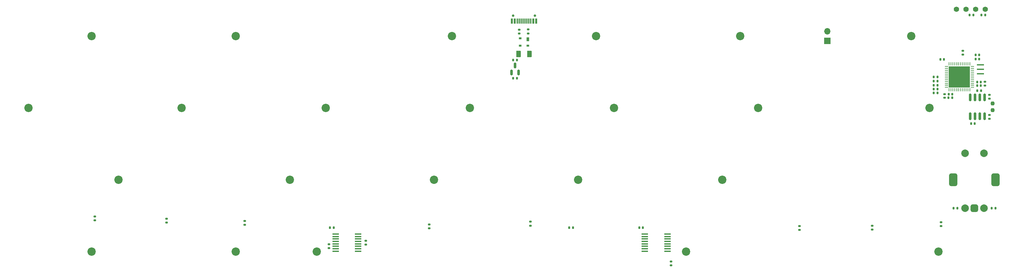
<source format=gbr>
%TF.GenerationSoftware,KiCad,Pcbnew,8.0.8*%
%TF.CreationDate,2025-02-20T20:20:05+01:00*%
%TF.ProjectId,oceanographer EC,6f636561-6e6f-4677-9261-706865722045,rev?*%
%TF.SameCoordinates,Original*%
%TF.FileFunction,Soldermask,Bot*%
%TF.FilePolarity,Negative*%
%FSLAX46Y46*%
G04 Gerber Fmt 4.6, Leading zero omitted, Abs format (unit mm)*
G04 Created by KiCad (PCBNEW 8.0.8) date 2025-02-20 20:20:05*
%MOMM*%
%LPD*%
G01*
G04 APERTURE LIST*
G04 Aperture macros list*
%AMRoundRect*
0 Rectangle with rounded corners*
0 $1 Rounding radius*
0 $2 $3 $4 $5 $6 $7 $8 $9 X,Y pos of 4 corners*
0 Add a 4 corners polygon primitive as box body*
4,1,4,$2,$3,$4,$5,$6,$7,$8,$9,$2,$3,0*
0 Add four circle primitives for the rounded corners*
1,1,$1+$1,$2,$3*
1,1,$1+$1,$4,$5*
1,1,$1+$1,$6,$7*
1,1,$1+$1,$8,$9*
0 Add four rect primitives between the rounded corners*
20,1,$1+$1,$2,$3,$4,$5,0*
20,1,$1+$1,$4,$5,$6,$7,0*
20,1,$1+$1,$6,$7,$8,$9,0*
20,1,$1+$1,$8,$9,$2,$3,0*%
G04 Aperture macros list end*
%ADD10C,2.200000*%
%ADD11C,2.000000*%
%ADD12RoundRect,0.500000X0.500000X-0.500000X0.500000X0.500000X-0.500000X0.500000X-0.500000X-0.500000X0*%
%ADD13RoundRect,0.550000X0.550000X-1.150000X0.550000X1.150000X-0.550000X1.150000X-0.550000X-1.150000X0*%
%ADD14C,1.397000*%
%ADD15RoundRect,0.140000X-0.140000X-0.170000X0.140000X-0.170000X0.140000X0.170000X-0.140000X0.170000X0*%
%ADD16RoundRect,0.135000X0.135000X0.185000X-0.135000X0.185000X-0.135000X-0.185000X0.135000X-0.185000X0*%
%ADD17RoundRect,0.135000X-0.185000X0.135000X-0.185000X-0.135000X0.185000X-0.135000X0.185000X0.135000X0*%
%ADD18RoundRect,0.062500X0.375000X0.062500X-0.375000X0.062500X-0.375000X-0.062500X0.375000X-0.062500X0*%
%ADD19RoundRect,0.062500X0.062500X0.375000X-0.062500X0.375000X-0.062500X-0.375000X0.062500X-0.375000X0*%
%ADD20R,5.600000X5.600000*%
%ADD21R,1.778000X0.419100*%
%ADD22RoundRect,0.135000X-0.135000X-0.185000X0.135000X-0.185000X0.135000X0.185000X-0.135000X0.185000X0*%
%ADD23RoundRect,0.135000X0.185000X-0.135000X0.185000X0.135000X-0.185000X0.135000X-0.185000X-0.135000X0*%
%ADD24RoundRect,0.140000X0.140000X0.170000X-0.140000X0.170000X-0.140000X-0.170000X0.140000X-0.170000X0*%
%ADD25RoundRect,0.250000X0.375000X0.625000X-0.375000X0.625000X-0.375000X-0.625000X0.375000X-0.625000X0*%
%ADD26R,1.700000X1.700000*%
%ADD27O,1.700000X1.700000*%
%ADD28RoundRect,0.140000X-0.170000X0.140000X-0.170000X-0.140000X0.170000X-0.140000X0.170000X0.140000X0*%
%ADD29RoundRect,0.150000X0.150000X-0.587500X0.150000X0.587500X-0.150000X0.587500X-0.150000X-0.587500X0*%
%ADD30RoundRect,0.150000X0.150000X-0.825000X0.150000X0.825000X-0.150000X0.825000X-0.150000X-0.825000X0*%
%ADD31RoundRect,0.237500X-0.237500X0.250000X-0.237500X-0.250000X0.237500X-0.250000X0.237500X0.250000X0*%
%ADD32C,0.650000*%
%ADD33R,0.600000X1.450000*%
%ADD34R,0.300000X1.450000*%
%ADD35R,0.700000X1.000000*%
%ADD36R,0.700000X0.600000*%
%ADD37R,1.900000X0.400000*%
G04 APERTURE END LIST*
D10*
%TO.C,H16*%
X257968750Y-70643750D03*
%TD*%
%TO.C,H15*%
X260350000Y-108743750D03*
%TD*%
%TO.C,H6*%
X98425000Y-70643750D03*
%TD*%
%TO.C,H4*%
X253206250Y-51593750D03*
%TD*%
%TO.C,H5*%
X60325000Y-70643750D03*
%TD*%
%TO.C,H21*%
X127000000Y-89693750D03*
%TD*%
%TO.C,H14*%
X193675000Y-108743750D03*
%TD*%
%TO.C,H8*%
X43656250Y-89693750D03*
%TD*%
%TO.C,H19*%
X136525000Y-70643750D03*
%TD*%
%TO.C,H18*%
X74612500Y-51593750D03*
%TD*%
%TO.C,H1*%
X36512500Y-51593750D03*
%TD*%
%TO.C,H22*%
X207962500Y-51593750D03*
%TD*%
%TO.C,H10*%
X165100000Y-89693750D03*
%TD*%
D11*
%TO.C,SW2*%
X267375000Y-97193750D03*
X272375000Y-97193750D03*
D12*
X269875000Y-97193750D03*
D13*
X264275000Y-89693750D03*
X275475000Y-89693750D03*
D11*
X272375000Y-82693750D03*
X267375000Y-82693750D03*
%TD*%
D10*
%TO.C,H12*%
X74612500Y-108743750D03*
%TD*%
%TO.C,H23*%
X174625000Y-70643750D03*
%TD*%
%TO.C,H7*%
X212725000Y-70643750D03*
%TD*%
%TO.C,H20*%
X36512500Y-108743750D03*
%TD*%
%TO.C,H3*%
X169862500Y-51593750D03*
%TD*%
%TO.C,H2*%
X131762500Y-51593750D03*
%TD*%
%TO.C,H13*%
X96043750Y-108743750D03*
%TD*%
%TO.C,H25*%
X203200000Y-89693750D03*
%TD*%
%TO.C,H9*%
X88900000Y-89693750D03*
%TD*%
D14*
%TO.C,OL1*%
X272742500Y-44450000D03*
X270202500Y-44450000D03*
X267662500Y-44450000D03*
X265122500Y-44450000D03*
%TD*%
D10*
%TO.C,H17*%
X19843750Y-70643750D03*
%TD*%
D15*
%TO.C,C6*%
X270622513Y-64724252D03*
X271582513Y-64724252D03*
%TD*%
D16*
%TO.C,R1*%
X260123426Y-62443536D03*
X259103426Y-62443536D03*
%TD*%
D17*
%TO.C,R12*%
X56356250Y-100062500D03*
X56356250Y-101082500D03*
%TD*%
D15*
%TO.C,C2*%
X270188750Y-57662500D03*
X271148750Y-57662500D03*
%TD*%
D18*
%TO.C,U1*%
X269343750Y-59675000D03*
X269343750Y-60175000D03*
X269343750Y-60675000D03*
X269343750Y-61175000D03*
X269343750Y-61675000D03*
X269343750Y-62175000D03*
X269343750Y-62675000D03*
X269343750Y-63175000D03*
X269343750Y-63675000D03*
X269343750Y-64175000D03*
X269343750Y-64675000D03*
X269343750Y-65175000D03*
D19*
X268656250Y-65862500D03*
X268156250Y-65862500D03*
X267656250Y-65862500D03*
X267156250Y-65862500D03*
X266656250Y-65862500D03*
X266156250Y-65862500D03*
X265656250Y-65862500D03*
X265156250Y-65862500D03*
X264656250Y-65862500D03*
X264156250Y-65862500D03*
X263656250Y-65862500D03*
X263156250Y-65862500D03*
D18*
X262468750Y-65175000D03*
X262468750Y-64675000D03*
X262468750Y-64175000D03*
X262468750Y-63675000D03*
X262468750Y-63175000D03*
X262468750Y-62675000D03*
X262468750Y-62175000D03*
X262468750Y-61675000D03*
X262468750Y-61175000D03*
X262468750Y-60675000D03*
X262468750Y-60175000D03*
X262468750Y-59675000D03*
D19*
X263156250Y-58987500D03*
X263656250Y-58987500D03*
X264156250Y-58987500D03*
X264656250Y-58987500D03*
X265156250Y-58987500D03*
X265656250Y-58987500D03*
X266156250Y-58987500D03*
X266656250Y-58987500D03*
X267156250Y-58987500D03*
X267656250Y-58987500D03*
X268156250Y-58987500D03*
X268656250Y-58987500D03*
D20*
X265906250Y-62425000D03*
%TD*%
D21*
%TO.C,U5*%
X188711840Y-104089200D03*
X188711840Y-104739440D03*
X188711840Y-105389680D03*
X188711840Y-106039920D03*
X188711840Y-106685080D03*
X188711840Y-107335320D03*
X188711840Y-107985560D03*
X188711840Y-108635800D03*
X182763160Y-108635800D03*
X182763160Y-107985560D03*
X182763160Y-107335320D03*
X182763160Y-106685080D03*
X182763160Y-106039920D03*
X182763160Y-105389680D03*
X182763160Y-104739440D03*
X182763160Y-104089200D03*
%TD*%
D22*
%TO.C,R4*%
X259103426Y-64606109D03*
X260123426Y-64606109D03*
%TD*%
D16*
%TO.C,R17*%
X269591250Y-46037500D03*
X268571250Y-46037500D03*
%TD*%
%TO.C,R2*%
X260123426Y-66701925D03*
X259103426Y-66701925D03*
%TD*%
D23*
%TO.C,R7*%
X272616759Y-64764304D03*
X272616759Y-63744304D03*
%TD*%
D22*
%TO.C,R8*%
X263021704Y-67981250D03*
X264041704Y-67981250D03*
%TD*%
D15*
%TO.C,C9*%
X147951250Y-62795007D03*
X148911250Y-62795007D03*
%TD*%
D17*
%TO.C,R19*%
X189706250Y-111408750D03*
X189706250Y-112428750D03*
%TD*%
%TO.C,R23*%
X242832727Y-101870075D03*
X242832727Y-102890075D03*
%TD*%
%TO.C,R21*%
X152489007Y-100833403D03*
X152489007Y-101853403D03*
%TD*%
D24*
%TO.C,C8*%
X148911250Y-57943750D03*
X147951250Y-57943750D03*
%TD*%
D17*
%TO.C,R13*%
X37349771Y-99442575D03*
X37349771Y-100462575D03*
%TD*%
D15*
%TO.C,C7*%
X270623981Y-63783431D03*
X271583981Y-63783431D03*
%TD*%
%TO.C,C13*%
X181288750Y-102393750D03*
X182248750Y-102393750D03*
%TD*%
D25*
%TO.C,F_USBC1*%
X152212500Y-56356250D03*
X149412500Y-56356250D03*
%TD*%
D26*
%TO.C,SW1*%
X230981250Y-52868750D03*
D27*
X230981250Y-50328750D03*
%TD*%
D17*
%TO.C,R25*%
X273843750Y-72517500D03*
X273843750Y-73537500D03*
%TD*%
%TO.C,R9*%
X151880851Y-49864394D03*
X151880851Y-50884394D03*
%TD*%
D16*
%TO.C,R16*%
X272766250Y-46037500D03*
X271746250Y-46037500D03*
%TD*%
D15*
%TO.C,C11*%
X274455518Y-97212614D03*
X275415518Y-97212614D03*
%TD*%
D28*
%TO.C,C3*%
X261958130Y-67016434D03*
X261958130Y-67976434D03*
%TD*%
D29*
%TO.C,U2*%
X149381250Y-61262500D03*
X147481250Y-61262500D03*
X148431250Y-59387500D03*
%TD*%
D24*
%TO.C,C4*%
X261819951Y-57765772D03*
X260859951Y-57765772D03*
%TD*%
%TO.C,C12*%
X265343805Y-97212614D03*
X264383805Y-97212614D03*
%TD*%
D30*
%TO.C,U6*%
X272573750Y-72837500D03*
X271303750Y-72837500D03*
X270033750Y-72837500D03*
X268763750Y-72837500D03*
X268763750Y-67887500D03*
X270033750Y-67887500D03*
X271303750Y-67887500D03*
X272573750Y-67887500D03*
%TD*%
D15*
%TO.C,C14*%
X268988631Y-74769963D03*
X269948631Y-74769963D03*
%TD*%
D17*
%TO.C,R26*%
X261013719Y-100970265D03*
X261013719Y-101990265D03*
%TD*%
D31*
%TO.C,JP1*%
X274637500Y-69450000D03*
X274637500Y-71275000D03*
%TD*%
D17*
%TO.C,R22*%
X223639054Y-101941694D03*
X223639054Y-102961694D03*
%TD*%
D32*
%TO.C,USB1*%
X147922500Y-46215000D03*
X153702500Y-46215000D03*
D33*
X147587500Y-47660000D03*
X148362500Y-47660000D03*
D34*
X149062500Y-47660000D03*
X149562500Y-47660000D03*
X150062500Y-47660000D03*
X150562500Y-47660000D03*
X151062500Y-47660000D03*
X151562500Y-47660000D03*
X152062500Y-47660000D03*
X152562500Y-47660000D03*
D33*
X153262500Y-47660000D03*
X154037500Y-47660000D03*
%TD*%
D17*
%TO.C,R11*%
X76993750Y-100654803D03*
X76993750Y-101674803D03*
%TD*%
D22*
%TO.C,R5*%
X259103426Y-63556231D03*
X260123426Y-63556231D03*
%TD*%
D35*
%TO.C,D1*%
X151812500Y-52431250D03*
D36*
X151812500Y-54131250D03*
X149812500Y-54131250D03*
X149812500Y-52231250D03*
%TD*%
D15*
%TO.C,C10*%
X99532500Y-102393750D03*
X100492500Y-102393750D03*
%TD*%
%TO.C,C15*%
X270635746Y-66082656D03*
X271595746Y-66082656D03*
%TD*%
D24*
%TO.C,C1*%
X264005000Y-67006500D03*
X263045000Y-67006500D03*
%TD*%
D23*
%TO.C,R6*%
X149563877Y-50923798D03*
X149563877Y-49903798D03*
%TD*%
D17*
%TO.C,R14*%
X99218750Y-106796975D03*
X99218750Y-107816975D03*
%TD*%
D15*
%TO.C,C5*%
X270203691Y-56633145D03*
X271163691Y-56633145D03*
%TD*%
D23*
%TO.C,R24*%
X273843750Y-68207500D03*
X273843750Y-67187500D03*
%TD*%
%TO.C,R15*%
X108961023Y-106872499D03*
X108961023Y-105852499D03*
%TD*%
D16*
%TO.C,R20*%
X163738750Y-102393750D03*
X162718750Y-102393750D03*
%TD*%
D23*
%TO.C,R10*%
X266793750Y-56491250D03*
X266793750Y-55471250D03*
%TD*%
D37*
%TO.C,Y1*%
X271462500Y-59231250D03*
X271462500Y-60431250D03*
X271462500Y-61631250D03*
%TD*%
D21*
%TO.C,U3*%
X106955590Y-104089200D03*
X106955590Y-104739440D03*
X106955590Y-105389680D03*
X106955590Y-106039920D03*
X106955590Y-106685080D03*
X106955590Y-107335320D03*
X106955590Y-107985560D03*
X106955590Y-108635800D03*
X101006910Y-108635800D03*
X101006910Y-107985560D03*
X101006910Y-107335320D03*
X101006910Y-106685080D03*
X101006910Y-106039920D03*
X101006910Y-105389680D03*
X101006910Y-104739440D03*
X101006910Y-104089200D03*
%TD*%
D17*
%TO.C,R18*%
X125752100Y-101560183D03*
X125752100Y-102580183D03*
%TD*%
D16*
%TO.C,R3*%
X260123426Y-65634562D03*
X259103426Y-65634562D03*
%TD*%
M02*

</source>
